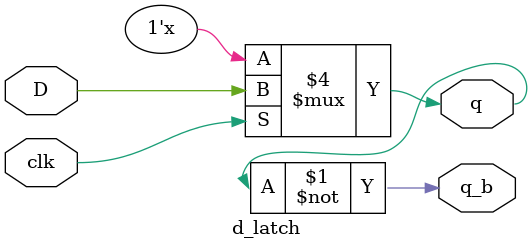
<source format=v>
`timescale 1ns/1ps
module d_latch (
    input D,clk,
    output reg q,
    output q_b
);

assign q_b=~q;
always @(D,clk)
begin
    q=q; //initial
    if (clk)
    q=D;
    else
    q=q;
end


    
endmodule
</source>
